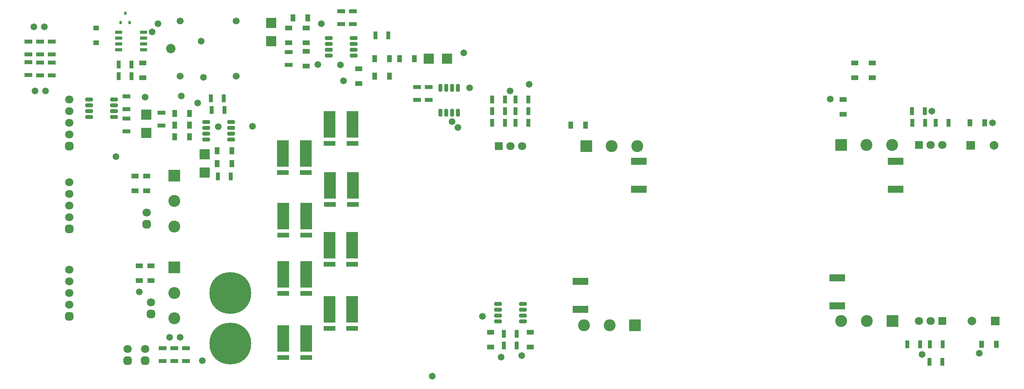
<source format=gbr>
G04*
G04 #@! TF.GenerationSoftware,Altium Limited,Altium Designer,24.1.2 (44)*
G04*
G04 Layer_Color=8388736*
%FSLAX25Y25*%
%MOIN*%
G70*
G04*
G04 #@! TF.SameCoordinates,DAD59E85-0841-476F-99BD-E5F442491B29*
G04*
G04*
G04 #@! TF.FilePolarity,Negative*
G04*
G01*
G75*
%ADD19R,0.03740X0.06693*%
%ADD22R,0.06693X0.03740*%
%ADD24R,0.03937X0.05906*%
%ADD26R,0.05906X0.03937*%
G04:AMPARAMS|DCode=29|XSize=61.02mil|YSize=23.62mil|CornerRadius=2.01mil|HoleSize=0mil|Usage=FLASHONLY|Rotation=180.000|XOffset=0mil|YOffset=0mil|HoleType=Round|Shape=RoundedRectangle|*
%AMROUNDEDRECTD29*
21,1,0.06102,0.01961,0,0,180.0*
21,1,0.05701,0.02362,0,0,180.0*
1,1,0.00402,-0.02850,0.00980*
1,1,0.00402,0.02850,0.00980*
1,1,0.00402,0.02850,-0.00980*
1,1,0.00402,-0.02850,-0.00980*
%
%ADD29ROUNDEDRECTD29*%
%ADD30R,0.13418X0.06121*%
%ADD32R,0.02200X0.02900*%
%ADD33R,0.10406X0.04304*%
%ADD34R,0.10406X0.22847*%
G04:AMPARAMS|DCode=35|XSize=31.62mil|YSize=65.09mil|CornerRadius=6.01mil|HoleSize=0mil|Usage=FLASHONLY|Rotation=180.000|XOffset=0mil|YOffset=0mil|HoleType=Round|Shape=RoundedRectangle|*
%AMROUNDEDRECTD35*
21,1,0.03162,0.05307,0,0,180.0*
21,1,0.01961,0.06509,0,0,180.0*
1,1,0.01202,-0.00980,0.02653*
1,1,0.01202,0.00980,0.02653*
1,1,0.01202,0.00980,-0.02653*
1,1,0.01202,-0.00980,-0.02653*
%
%ADD35ROUNDEDRECTD35*%
%ADD36R,0.08674X0.08674*%
%ADD37R,0.08674X0.08674*%
G04:AMPARAMS|DCode=38|XSize=31.62mil|YSize=65.09mil|CornerRadius=6.01mil|HoleSize=0mil|Usage=FLASHONLY|Rotation=90.000|XOffset=0mil|YOffset=0mil|HoleType=Round|Shape=RoundedRectangle|*
%AMROUNDEDRECTD38*
21,1,0.03162,0.05307,0,0,90.0*
21,1,0.01961,0.06509,0,0,90.0*
1,1,0.01202,0.02653,0.00980*
1,1,0.01202,0.02653,-0.00980*
1,1,0.01202,-0.02653,-0.00980*
1,1,0.01202,-0.02653,0.00980*
%
%ADD38ROUNDEDRECTD38*%
%ADD39R,0.04540X0.04343*%
%ADD40C,0.10236*%
%ADD41R,0.10236X0.10236*%
%ADD42C,0.35800*%
%ADD43R,0.07099X0.07099*%
%ADD44C,0.07099*%
%ADD45R,0.10236X0.10236*%
%ADD46R,0.07099X0.07099*%
%ADD47C,0.07099*%
%ADD48C,0.07355*%
%ADD49R,0.07355X0.07355*%
G04:AMPARAMS|DCode=50|XSize=70.99mil|YSize=70.99mil|CornerRadius=19.75mil|HoleSize=0mil|Usage=FLASHONLY|Rotation=90.000|XOffset=0mil|YOffset=0mil|HoleType=Round|Shape=RoundedRectangle|*
%AMROUNDEDRECTD50*
21,1,0.07099,0.03150,0,0,90.0*
21,1,0.03150,0.07099,0,0,90.0*
1,1,0.03950,0.01575,0.01575*
1,1,0.03950,0.01575,-0.01575*
1,1,0.03950,-0.01575,-0.01575*
1,1,0.03950,-0.01575,0.01575*
%
%ADD50ROUNDEDRECTD50*%
%ADD51C,0.08044*%
%ADD52C,0.05918*%
%ADD53C,0.05800*%
D19*
X1464488Y545000D02*
D03*
X1475512D02*
D03*
X1464488Y565000D02*
D03*
X1475512D02*
D03*
X1464488Y555000D02*
D03*
X1475512D02*
D03*
X1495512D02*
D03*
X1484488D02*
D03*
X1495512Y545000D02*
D03*
X1484488D02*
D03*
X1495512Y565000D02*
D03*
X1484488D02*
D03*
X1375512Y620000D02*
D03*
X1364488D02*
D03*
X1835000Y555000D02*
D03*
X1823976D02*
D03*
X1835512Y545000D02*
D03*
X1824488D02*
D03*
X1855512D02*
D03*
X1844488D02*
D03*
X1155512Y585000D02*
D03*
X1144488D02*
D03*
X1155512Y595000D02*
D03*
X1144488D02*
D03*
X1223976Y556000D02*
D03*
X1235000D02*
D03*
X1223488Y566000D02*
D03*
X1234512D02*
D03*
X1474488Y364000D02*
D03*
X1485512D02*
D03*
X1474488Y354000D02*
D03*
X1485512D02*
D03*
X1839488Y355000D02*
D03*
X1850512D02*
D03*
X1838976Y340000D02*
D03*
X1850000D02*
D03*
X1229488Y499000D02*
D03*
X1240512D02*
D03*
X1831024Y355000D02*
D03*
X1820000D02*
D03*
D22*
X1151000Y567512D02*
D03*
Y556488D02*
D03*
X1335000Y629488D02*
D03*
Y640512D02*
D03*
X1290000Y594488D02*
D03*
Y605512D02*
D03*
X1345000Y629488D02*
D03*
Y640512D02*
D03*
X1077000Y603488D02*
D03*
Y614512D02*
D03*
X1067000Y603488D02*
D03*
Y614512D02*
D03*
X1087000Y603488D02*
D03*
Y614512D02*
D03*
X1192000Y351512D02*
D03*
Y340488D02*
D03*
X1182000Y351512D02*
D03*
Y340488D02*
D03*
X1202000Y351512D02*
D03*
Y340488D02*
D03*
X1151000Y537488D02*
D03*
Y548512D02*
D03*
X1087000Y585488D02*
D03*
Y596512D02*
D03*
X1067000Y585976D02*
D03*
Y597000D02*
D03*
X1077000Y585488D02*
D03*
Y596512D02*
D03*
X1400000Y575512D02*
D03*
Y564488D02*
D03*
X1410000Y575512D02*
D03*
Y564488D02*
D03*
X1181000Y542488D02*
D03*
Y553512D02*
D03*
D24*
X1385000Y600000D02*
D03*
X1397598D02*
D03*
X1306299Y635000D02*
D03*
X1293701D02*
D03*
X1376299Y585000D02*
D03*
X1363701D02*
D03*
Y600000D02*
D03*
X1376299D02*
D03*
X1886299Y545000D02*
D03*
X1873701D02*
D03*
X1896299Y355000D02*
D03*
X1883701D02*
D03*
X1241299Y521000D02*
D03*
X1228701D02*
D03*
X1241299Y510000D02*
D03*
X1228701D02*
D03*
X1531701Y543000D02*
D03*
X1544299D02*
D03*
X1192402Y553000D02*
D03*
X1205000D02*
D03*
X1192402Y543000D02*
D03*
X1205000D02*
D03*
Y533000D02*
D03*
X1192402D02*
D03*
D26*
X1305000Y613701D02*
D03*
Y626299D02*
D03*
Y593701D02*
D03*
Y606299D02*
D03*
X1350000Y578701D02*
D03*
Y591299D02*
D03*
X1290000Y626299D02*
D03*
Y613701D02*
D03*
X1172000Y409701D02*
D03*
Y422299D02*
D03*
X1162000Y409701D02*
D03*
Y422299D02*
D03*
X1790000Y596299D02*
D03*
Y583701D02*
D03*
X1775000Y596299D02*
D03*
Y583701D02*
D03*
X1497000Y365299D02*
D03*
Y352701D02*
D03*
X1463000Y365299D02*
D03*
Y352701D02*
D03*
X1168398Y499189D02*
D03*
Y486590D02*
D03*
X1158398Y499189D02*
D03*
Y486590D02*
D03*
X1765000Y565000D02*
D03*
Y552402D02*
D03*
X1165000Y596299D02*
D03*
Y583701D02*
D03*
D29*
X1144370Y607500D02*
D03*
Y612500D02*
D03*
Y617500D02*
D03*
Y622500D02*
D03*
X1165630D02*
D03*
Y617500D02*
D03*
Y612500D02*
D03*
Y607500D02*
D03*
D30*
X1590000Y512011D02*
D03*
Y487989D02*
D03*
X1810000Y512011D02*
D03*
Y487989D02*
D03*
X1540000Y385000D02*
D03*
Y409022D02*
D03*
X1760000Y387989D02*
D03*
Y412011D02*
D03*
D32*
X1150000Y638900D02*
D03*
X1153750Y631100D02*
D03*
X1146250D02*
D03*
D33*
X1325236Y527224D02*
D03*
X1344764D02*
D03*
X1345000Y475000D02*
D03*
X1325472D02*
D03*
X1344528Y423721D02*
D03*
X1325000D02*
D03*
X1344528Y368721D02*
D03*
X1325000D02*
D03*
X1305000Y343721D02*
D03*
X1285472D02*
D03*
X1305000Y398721D02*
D03*
X1285472D02*
D03*
X1305000Y448721D02*
D03*
X1285472D02*
D03*
X1304764Y502224D02*
D03*
X1285236D02*
D03*
D34*
X1325236Y543504D02*
D03*
X1344764D02*
D03*
X1345000Y491280D02*
D03*
X1325472D02*
D03*
X1344528Y440000D02*
D03*
X1325000D02*
D03*
X1344528Y385000D02*
D03*
X1325000D02*
D03*
X1305000Y360000D02*
D03*
X1285472D02*
D03*
X1305000Y415000D02*
D03*
X1285472D02*
D03*
X1305000Y465000D02*
D03*
X1285472D02*
D03*
X1304764Y518504D02*
D03*
X1285236D02*
D03*
D35*
X1420000Y553543D02*
D03*
X1425000D02*
D03*
X1430000D02*
D03*
X1435000D02*
D03*
X1420000Y575000D02*
D03*
X1425000D02*
D03*
X1430000D02*
D03*
X1435000D02*
D03*
D36*
X1275000Y615000D02*
D03*
Y630748D02*
D03*
X1218000Y518000D02*
D03*
Y502252D02*
D03*
X1168000Y552000D02*
D03*
Y536252D02*
D03*
D37*
X1425748Y600000D02*
D03*
X1410000D02*
D03*
D38*
X1324272Y617500D02*
D03*
Y612500D02*
D03*
Y607500D02*
D03*
Y602500D02*
D03*
X1345728Y617500D02*
D03*
Y612500D02*
D03*
Y607500D02*
D03*
Y602500D02*
D03*
X1119000Y565000D02*
D03*
Y560000D02*
D03*
Y555000D02*
D03*
Y550000D02*
D03*
X1140457Y565000D02*
D03*
Y560000D02*
D03*
Y555000D02*
D03*
Y550000D02*
D03*
X1469272Y389500D02*
D03*
Y384500D02*
D03*
Y379500D02*
D03*
Y374500D02*
D03*
X1490728Y389500D02*
D03*
Y384500D02*
D03*
Y379500D02*
D03*
Y374500D02*
D03*
X1240728Y530500D02*
D03*
Y535500D02*
D03*
Y540500D02*
D03*
Y545500D02*
D03*
X1219272Y530500D02*
D03*
Y535500D02*
D03*
Y540500D02*
D03*
Y545500D02*
D03*
D39*
X1125000Y626201D02*
D03*
X1125000Y613799D02*
D03*
D40*
X1588780Y525000D02*
D03*
X1566890D02*
D03*
X1763559Y374944D02*
D03*
X1785448D02*
D03*
X1192000Y399110D02*
D03*
Y377221D02*
D03*
X1785181Y525938D02*
D03*
X1807071D02*
D03*
X1565000Y371398D02*
D03*
X1543110D02*
D03*
X1192000Y456000D02*
D03*
Y477890D02*
D03*
D41*
X1545000Y525000D02*
D03*
X1807338Y374944D02*
D03*
X1763291Y525938D02*
D03*
X1586890Y371398D02*
D03*
D42*
X1240000Y355693D02*
D03*
Y399000D02*
D03*
D43*
X1470000Y525000D02*
D03*
D44*
X1480000D02*
D03*
X1490000D02*
D03*
X1167000Y351000D02*
D03*
X1152000D02*
D03*
X1102000Y399000D02*
D03*
Y389000D02*
D03*
Y409000D02*
D03*
Y419000D02*
D03*
Y474000D02*
D03*
Y464000D02*
D03*
Y484000D02*
D03*
Y494000D02*
D03*
Y545000D02*
D03*
Y535000D02*
D03*
Y555000D02*
D03*
Y565000D02*
D03*
X1172000Y391000D02*
D03*
X1168398Y467890D02*
D03*
D45*
X1192000Y421000D02*
D03*
Y499780D02*
D03*
D46*
X1830215Y525898D02*
D03*
X1850000Y375000D02*
D03*
D47*
X1840215Y525898D02*
D03*
X1850215D02*
D03*
X1830000Y375000D02*
D03*
X1840000D02*
D03*
D48*
X1894595Y525767D02*
D03*
X1875451Y375000D02*
D03*
D49*
X1874595Y525767D02*
D03*
X1895451Y375000D02*
D03*
D50*
X1167000Y341000D02*
D03*
X1152000D02*
D03*
X1102000Y379000D02*
D03*
Y454000D02*
D03*
Y525000D02*
D03*
X1172000Y381000D02*
D03*
X1168398Y457890D02*
D03*
D51*
X1189095Y608622D02*
D03*
D52*
X1196968Y632244D02*
D03*
Y585000D02*
D03*
X1245000Y632244D02*
D03*
Y585000D02*
D03*
D53*
X1430000Y546000D02*
D03*
X1435000Y541000D02*
D03*
X1212000Y562000D02*
D03*
X1173000Y623000D02*
D03*
X1178000Y630000D02*
D03*
X1071713Y627338D02*
D03*
X1080713D02*
D03*
X1072713Y572338D02*
D03*
X1081713D02*
D03*
X1197000Y361000D02*
D03*
X1188000D02*
D03*
X1489747Y345486D02*
D03*
X1832747Y346486D02*
D03*
X1881747Y347486D02*
D03*
X1893000Y545000D02*
D03*
X1841000Y555000D02*
D03*
X1479747Y572486D02*
D03*
X1496000Y578000D02*
D03*
X1337000Y581000D02*
D03*
X1216000Y341000D02*
D03*
X1334350Y594558D02*
D03*
X1198000Y568000D02*
D03*
X1167000Y567000D02*
D03*
X1217000Y584000D02*
D03*
X1259000Y542000D02*
D03*
X1229715Y541766D02*
D03*
X1318000Y630000D02*
D03*
X1142000Y516000D02*
D03*
X1413000Y327500D02*
D03*
X1472000Y344000D02*
D03*
X1456000Y379000D02*
D03*
X1162000Y400000D02*
D03*
X1215000Y615000D02*
D03*
X1315000Y595000D02*
D03*
X1440000Y605000D02*
D03*
X1445000Y575000D02*
D03*
X1754097Y565458D02*
D03*
M02*

</source>
